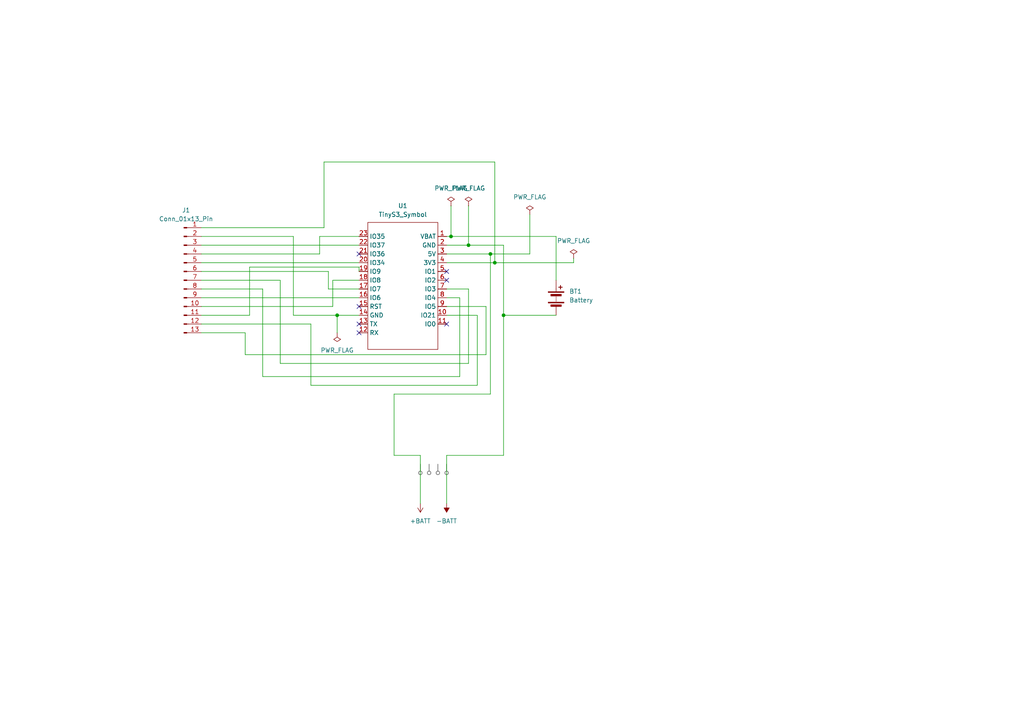
<source format=kicad_sch>
(kicad_sch (version 20230121) (generator eeschema)

  (uuid e2925b64-570f-4017-9c42-691fcefe0c64)

  (paper "A4")

  (lib_symbols
    (symbol "Connector:FPC_13_Pin" (pin_names (offset 1.016) hide) (in_bom yes) (on_board yes)
      (property "Reference" "J" (at 0 17.78 0)
        (effects (font (size 1.27 1.27)))
      )
      (property "Value" "Conn_01x13_Pin" (at 0 -17.78 0)
        (effects (font (size 1.27 1.27)))
      )
      (property "Footprint" "Connector_FFC-FPC:TE_1-84953-3_1x13-1MP_P1.0mm_Horizontal" (at 0 0 0)
        (effects (font (size 1.27 1.27)) hide)
      )
      (property "Datasheet" "~" (at 0 0 0)
        (effects (font (size 1.27 1.27)) hide)
      )
      (property "ki_locked" "" (at 0 0 0)
        (effects (font (size 1.27 1.27)))
      )
      (property "ki_keywords" "connector" (at 0 0 0)
        (effects (font (size 1.27 1.27)) hide)
      )
      (property "ki_description" "Generic connector, single row, 01x13, script generated" (at 0 0 0)
        (effects (font (size 1.27 1.27)) hide)
      )
      (property "ki_fp_filters" "Connector*:*_1x??_*" (at 0 0 0)
        (effects (font (size 1.27 1.27)) hide)
      )
      (symbol "FPC_13_Pin_1_1"
        (polyline
          (pts
            (xy 1.27 -15.24)
            (xy 0.8636 -15.24)
          )
          (stroke (width 0.1524) (type default))
          (fill (type none))
        )
        (polyline
          (pts
            (xy 1.27 -12.7)
            (xy 0.8636 -12.7)
          )
          (stroke (width 0.1524) (type default))
          (fill (type none))
        )
        (polyline
          (pts
            (xy 1.27 -10.16)
            (xy 0.8636 -10.16)
          )
          (stroke (width 0.1524) (type default))
          (fill (type none))
        )
        (polyline
          (pts
            (xy 1.27 -7.62)
            (xy 0.8636 -7.62)
          )
          (stroke (width 0.1524) (type default))
          (fill (type none))
        )
        (polyline
          (pts
            (xy 1.27 -5.08)
            (xy 0.8636 -5.08)
          )
          (stroke (width 0.1524) (type default))
          (fill (type none))
        )
        (polyline
          (pts
            (xy 1.27 -2.54)
            (xy 0.8636 -2.54)
          )
          (stroke (width 0.1524) (type default))
          (fill (type none))
        )
        (polyline
          (pts
            (xy 1.27 0)
            (xy 0.8636 0)
          )
          (stroke (width 0.1524) (type default))
          (fill (type none))
        )
        (polyline
          (pts
            (xy 1.27 2.54)
            (xy 0.8636 2.54)
          )
          (stroke (width 0.1524) (type default))
          (fill (type none))
        )
        (polyline
          (pts
            (xy 1.27 5.08)
            (xy 0.8636 5.08)
          )
          (stroke (width 0.1524) (type default))
          (fill (type none))
        )
        (polyline
          (pts
            (xy 1.27 7.62)
            (xy 0.8636 7.62)
          )
          (stroke (width 0.1524) (type default))
          (fill (type none))
        )
        (polyline
          (pts
            (xy 1.27 10.16)
            (xy 0.8636 10.16)
          )
          (stroke (width 0.1524) (type default))
          (fill (type none))
        )
        (polyline
          (pts
            (xy 1.27 12.7)
            (xy 0.8636 12.7)
          )
          (stroke (width 0.1524) (type default))
          (fill (type none))
        )
        (polyline
          (pts
            (xy 1.27 15.24)
            (xy 0.8636 15.24)
          )
          (stroke (width 0.1524) (type default))
          (fill (type none))
        )
        (rectangle (start 0.8636 -15.113) (end 0 -15.367)
          (stroke (width 0.1524) (type default))
          (fill (type outline))
        )
        (rectangle (start 0.8636 -12.573) (end 0 -12.827)
          (stroke (width 0.1524) (type default))
          (fill (type outline))
        )
        (rectangle (start 0.8636 -10.033) (end 0 -10.287)
          (stroke (width 0.1524) (type default))
          (fill (type outline))
        )
        (rectangle (start 0.8636 -7.493) (end 0 -7.747)
          (stroke (width 0.1524) (type default))
          (fill (type outline))
        )
        (rectangle (start 0.8636 -4.953) (end 0 -5.207)
          (stroke (width 0.1524) (type default))
          (fill (type outline))
        )
        (rectangle (start 0.8636 -2.413) (end 0 -2.667)
          (stroke (width 0.1524) (type default))
          (fill (type outline))
        )
        (rectangle (start 0.8636 0.127) (end 0 -0.127)
          (stroke (width 0.1524) (type default))
          (fill (type outline))
        )
        (rectangle (start 0.8636 2.667) (end 0 2.413)
          (stroke (width 0.1524) (type default))
          (fill (type outline))
        )
        (rectangle (start 0.8636 5.207) (end 0 4.953)
          (stroke (width 0.1524) (type default))
          (fill (type outline))
        )
        (rectangle (start 0.8636 7.747) (end 0 7.493)
          (stroke (width 0.1524) (type default))
          (fill (type outline))
        )
        (rectangle (start 0.8636 10.287) (end 0 10.033)
          (stroke (width 0.1524) (type default))
          (fill (type outline))
        )
        (rectangle (start 0.8636 12.827) (end 0 12.573)
          (stroke (width 0.1524) (type default))
          (fill (type outline))
        )
        (rectangle (start 0.8636 15.367) (end 0 15.113)
          (stroke (width 0.1524) (type default))
          (fill (type outline))
        )
        (pin passive line (at 5.08 15.24 180) (length 3.81)
          (name "Pin_1" (effects (font (size 1.27 1.27))))
          (number "1" (effects (font (size 1.27 1.27))))
        )
        (pin passive line (at 5.08 -7.62 180) (length 3.81)
          (name "Pin_10" (effects (font (size 1.27 1.27))))
          (number "10" (effects (font (size 1.27 1.27))))
        )
        (pin passive line (at 5.08 -10.16 180) (length 3.81)
          (name "Pin_11" (effects (font (size 1.27 1.27))))
          (number "11" (effects (font (size 1.27 1.27))))
        )
        (pin passive line (at 5.08 -12.7 180) (length 3.81)
          (name "Pin_12" (effects (font (size 1.27 1.27))))
          (number "12" (effects (font (size 1.27 1.27))))
        )
        (pin passive line (at 5.08 -15.24 180) (length 3.81)
          (name "Pin_13" (effects (font (size 1.27 1.27))))
          (number "13" (effects (font (size 1.27 1.27))))
        )
        (pin passive line (at 5.08 12.7 180) (length 3.81)
          (name "Pin_2" (effects (font (size 1.27 1.27))))
          (number "2" (effects (font (size 1.27 1.27))))
        )
        (pin passive line (at 5.08 10.16 180) (length 3.81)
          (name "Pin_3" (effects (font (size 1.27 1.27))))
          (number "3" (effects (font (size 1.27 1.27))))
        )
        (pin passive line (at 5.08 7.62 180) (length 3.81)
          (name "Pin_4" (effects (font (size 1.27 1.27))))
          (number "4" (effects (font (size 1.27 1.27))))
        )
        (pin passive line (at 5.08 5.08 180) (length 3.81)
          (name "Pin_5" (effects (font (size 1.27 1.27))))
          (number "5" (effects (font (size 1.27 1.27))))
        )
        (pin passive line (at 5.08 2.54 180) (length 3.81)
          (name "Pin_6" (effects (font (size 1.27 1.27))))
          (number "6" (effects (font (size 1.27 1.27))))
        )
        (pin passive line (at 5.08 0 180) (length 3.81)
          (name "Pin_7" (effects (font (size 1.27 1.27))))
          (number "7" (effects (font (size 1.27 1.27))))
        )
        (pin passive line (at 5.08 -2.54 180) (length 3.81)
          (name "Pin_8" (effects (font (size 1.27 1.27))))
          (number "8" (effects (font (size 1.27 1.27))))
        )
        (pin passive line (at 5.08 -5.08 180) (length 3.81)
          (name "Pin_9" (effects (font (size 1.27 1.27))))
          (number "9" (effects (font (size 1.27 1.27))))
        )
      )
    )
    (symbol "Device:Battery" (pin_numbers hide) (pin_names (offset 0) hide) (in_bom yes) (on_board yes)
      (property "Reference" "BT" (at 2.54 2.54 0)
        (effects (font (size 1.27 1.27)) (justify left))
      )
      (property "Value" "Battery" (at 2.54 0 0)
        (effects (font (size 1.27 1.27)) (justify left))
      )
      (property "Footprint" "" (at 0 1.524 90)
        (effects (font (size 1.27 1.27)) hide)
      )
      (property "Datasheet" "~" (at 0 1.524 90)
        (effects (font (size 1.27 1.27)) hide)
      )
      (property "ki_keywords" "batt voltage-source cell" (at 0 0 0)
        (effects (font (size 1.27 1.27)) hide)
      )
      (property "ki_description" "Multiple-cell battery" (at 0 0 0)
        (effects (font (size 1.27 1.27)) hide)
      )
      (symbol "Battery_0_1"
        (rectangle (start -2.286 -1.27) (end 2.286 -1.524)
          (stroke (width 0) (type default))
          (fill (type outline))
        )
        (rectangle (start -2.286 1.778) (end 2.286 1.524)
          (stroke (width 0) (type default))
          (fill (type outline))
        )
        (rectangle (start -1.524 -2.032) (end 1.524 -2.54)
          (stroke (width 0) (type default))
          (fill (type outline))
        )
        (rectangle (start -1.524 1.016) (end 1.524 0.508)
          (stroke (width 0) (type default))
          (fill (type outline))
        )
        (polyline
          (pts
            (xy 0 -1.016)
            (xy 0 -0.762)
          )
          (stroke (width 0) (type default))
          (fill (type none))
        )
        (polyline
          (pts
            (xy 0 -0.508)
            (xy 0 -0.254)
          )
          (stroke (width 0) (type default))
          (fill (type none))
        )
        (polyline
          (pts
            (xy 0 0)
            (xy 0 0.254)
          )
          (stroke (width 0) (type default))
          (fill (type none))
        )
        (polyline
          (pts
            (xy 0 1.778)
            (xy 0 2.54)
          )
          (stroke (width 0) (type default))
          (fill (type none))
        )
        (polyline
          (pts
            (xy 0.762 3.048)
            (xy 1.778 3.048)
          )
          (stroke (width 0.254) (type default))
          (fill (type none))
        )
        (polyline
          (pts
            (xy 1.27 3.556)
            (xy 1.27 2.54)
          )
          (stroke (width 0.254) (type default))
          (fill (type none))
        )
      )
      (symbol "Battery_1_1"
        (pin passive line (at 0 5.08 270) (length 2.54)
          (name "+" (effects (font (size 1.27 1.27))))
          (number "1" (effects (font (size 1.27 1.27))))
        )
        (pin passive line (at 0 -5.08 90) (length 2.54)
          (name "-" (effects (font (size 1.27 1.27))))
          (number "2" (effects (font (size 1.27 1.27))))
        )
      )
    )
    (symbol "TinyS3:TinyS3_Symbol" (in_bom yes) (on_board yes)
      (property "Reference" "U" (at -0.508 -20.32 0)
        (effects (font (size 1.27 1.27)))
      )
      (property "Value" "TinyS3_Symbol" (at -0.508 21.844 0)
        (effects (font (size 1.27 1.27)))
      )
      (property "Footprint" "TinyS3:TinyS3" (at -0.508 1.524 0)
        (effects (font (size 1.27 1.27)) hide)
      )
      (property "Datasheet" "" (at -0.508 1.524 0)
        (effects (font (size 1.27 1.27)) hide)
      )
      (symbol "TinyS3_Symbol_0_1"
        (rectangle (start -10.16 19.304) (end 10.16 -17.526)
          (stroke (width 0.1524) (type default))
          (fill (type none))
        )
      )
      (symbol "TinyS3_Symbol_1_1"
        (pin power_in line (at 12.7 15.24 180) (length 2.54)
          (name "VBAT" (effects (font (size 1.27 1.27))))
          (number "1" (effects (font (size 1.27 1.27))))
        )
        (pin bidirectional line (at 12.7 -7.62 180) (length 2.54)
          (name "IO21" (effects (font (size 1.27 1.27))))
          (number "10" (effects (font (size 1.27 1.27))))
        )
        (pin bidirectional line (at 12.7 -10.16 180) (length 2.54)
          (name "IO0" (effects (font (size 1.27 1.27))))
          (number "11" (effects (font (size 1.27 1.27))))
        )
        (pin bidirectional line (at -12.7 -12.7 0) (length 2.54)
          (name "RX" (effects (font (size 1.27 1.27))))
          (number "12" (effects (font (size 1.27 1.27))))
        )
        (pin bidirectional line (at -12.7 -10.16 0) (length 2.54)
          (name "TX" (effects (font (size 1.27 1.27))))
          (number "13" (effects (font (size 1.27 1.27))))
        )
        (pin power_in line (at -12.7 -7.62 0) (length 2.54)
          (name "GND" (effects (font (size 1.27 1.27))))
          (number "14" (effects (font (size 1.27 1.27))))
        )
        (pin input line (at -12.7 -5.08 0) (length 2.54)
          (name "RST" (effects (font (size 1.27 1.27))))
          (number "15" (effects (font (size 1.27 1.27))))
        )
        (pin bidirectional line (at -12.7 -2.54 0) (length 2.54)
          (name "IO6" (effects (font (size 1.27 1.27))))
          (number "16" (effects (font (size 1.27 1.27))))
        )
        (pin bidirectional line (at -12.7 0 0) (length 2.54)
          (name "IO7" (effects (font (size 1.27 1.27))))
          (number "17" (effects (font (size 1.27 1.27))))
        )
        (pin bidirectional line (at -12.7 2.54 0) (length 2.54)
          (name "IO8" (effects (font (size 1.27 1.27))))
          (number "18" (effects (font (size 1.27 1.27))))
        )
        (pin bidirectional line (at -12.7 5.08 0) (length 2.54)
          (name "IO9" (effects (font (size 1.27 1.27))))
          (number "19" (effects (font (size 1.27 1.27))))
        )
        (pin power_in line (at 12.7 12.7 180) (length 2.54)
          (name "GND" (effects (font (size 1.27 1.27))))
          (number "2" (effects (font (size 1.27 1.27))))
        )
        (pin bidirectional line (at -12.7 7.62 0) (length 2.54)
          (name "IO34" (effects (font (size 1.27 1.27))))
          (number "20" (effects (font (size 1.27 1.27))))
        )
        (pin bidirectional line (at -12.7 10.16 0) (length 2.54)
          (name "IO36" (effects (font (size 1.27 1.27))))
          (number "21" (effects (font (size 1.27 1.27))))
        )
        (pin bidirectional line (at -12.7 12.7 0) (length 2.54)
          (name "IO37" (effects (font (size 1.27 1.27))))
          (number "22" (effects (font (size 1.27 1.27))))
        )
        (pin bidirectional line (at -12.7 15.24 0) (length 2.54)
          (name "IO35" (effects (font (size 1.27 1.27))))
          (number "23" (effects (font (size 1.27 1.27))))
        )
        (pin power_in line (at 12.7 10.16 180) (length 2.54)
          (name "5V" (effects (font (size 1.27 1.27))))
          (number "3" (effects (font (size 1.27 1.27))))
        )
        (pin power_in line (at 12.7 7.62 180) (length 2.54)
          (name "3V3" (effects (font (size 1.27 1.27))))
          (number "4" (effects (font (size 1.27 1.27))))
        )
        (pin bidirectional line (at 12.7 5.08 180) (length 2.54)
          (name "IO1" (effects (font (size 1.27 1.27))))
          (number "5" (effects (font (size 1.27 1.27))))
        )
        (pin bidirectional line (at 12.7 2.54 180) (length 2.54)
          (name "IO2" (effects (font (size 1.27 1.27))))
          (number "6" (effects (font (size 1.27 1.27))))
        )
        (pin bidirectional line (at 12.7 0 180) (length 2.54)
          (name "IO3" (effects (font (size 1.27 1.27))))
          (number "7" (effects (font (size 1.27 1.27))))
        )
        (pin bidirectional line (at 12.7 -2.54 180) (length 2.54)
          (name "IO4" (effects (font (size 1.27 1.27))))
          (number "8" (effects (font (size 1.27 1.27))))
        )
        (pin bidirectional line (at 12.7 -5.08 180) (length 2.54)
          (name "IO5" (effects (font (size 1.27 1.27))))
          (number "9" (effects (font (size 1.27 1.27))))
        )
      )
    )
    (symbol "power:+BATT" (power) (pin_names (offset 0)) (in_bom yes) (on_board yes)
      (property "Reference" "#PWR" (at 0 -3.81 0)
        (effects (font (size 1.27 1.27)) hide)
      )
      (property "Value" "+BATT" (at 0 3.556 0)
        (effects (font (size 1.27 1.27)))
      )
      (property "Footprint" "" (at 0 0 0)
        (effects (font (size 1.27 1.27)) hide)
      )
      (property "Datasheet" "" (at 0 0 0)
        (effects (font (size 1.27 1.27)) hide)
      )
      (property "ki_keywords" "global power battery" (at 0 0 0)
        (effects (font (size 1.27 1.27)) hide)
      )
      (property "ki_description" "Power symbol creates a global label with name \"+BATT\"" (at 0 0 0)
        (effects (font (size 1.27 1.27)) hide)
      )
      (symbol "+BATT_0_1"
        (polyline
          (pts
            (xy -0.762 1.27)
            (xy 0 2.54)
          )
          (stroke (width 0) (type default))
          (fill (type none))
        )
        (polyline
          (pts
            (xy 0 0)
            (xy 0 2.54)
          )
          (stroke (width 0) (type default))
          (fill (type none))
        )
        (polyline
          (pts
            (xy 0 2.54)
            (xy 0.762 1.27)
          )
          (stroke (width 0) (type default))
          (fill (type none))
        )
      )
      (symbol "+BATT_1_1"
        (pin power_in line (at 0 0 90) (length 0) hide
          (name "+BATT" (effects (font (size 1.27 1.27))))
          (number "1" (effects (font (size 1.27 1.27))))
        )
      )
    )
    (symbol "power:-BATT" (power) (pin_names (offset 0)) (in_bom yes) (on_board yes)
      (property "Reference" "#PWR" (at 0 -3.81 0)
        (effects (font (size 1.27 1.27)) hide)
      )
      (property "Value" "-BATT" (at 0 3.556 0)
        (effects (font (size 1.27 1.27)))
      )
      (property "Footprint" "" (at 0 0 0)
        (effects (font (size 1.27 1.27)) hide)
      )
      (property "Datasheet" "" (at 0 0 0)
        (effects (font (size 1.27 1.27)) hide)
      )
      (property "ki_keywords" "global power battery" (at 0 0 0)
        (effects (font (size 1.27 1.27)) hide)
      )
      (property "ki_description" "Power symbol creates a global label with name \"-BATT\"" (at 0 0 0)
        (effects (font (size 1.27 1.27)) hide)
      )
      (symbol "-BATT_0_1"
        (polyline
          (pts
            (xy 0 0)
            (xy 0 2.54)
          )
          (stroke (width 0) (type default))
          (fill (type none))
        )
        (polyline
          (pts
            (xy 0.762 1.27)
            (xy -0.762 1.27)
            (xy 0 2.54)
            (xy 0.762 1.27)
          )
          (stroke (width 0) (type default))
          (fill (type outline))
        )
      )
      (symbol "-BATT_1_1"
        (pin power_in line (at 0 0 90) (length 0) hide
          (name "-BATT" (effects (font (size 1.27 1.27))))
          (number "1" (effects (font (size 1.27 1.27))))
        )
      )
    )
    (symbol "power:PWR_FLAG" (power) (pin_numbers hide) (pin_names (offset 0) hide) (in_bom yes) (on_board yes)
      (property "Reference" "#FLG" (at 0 1.905 0)
        (effects (font (size 1.27 1.27)) hide)
      )
      (property "Value" "PWR_FLAG" (at 0 3.81 0)
        (effects (font (size 1.27 1.27)))
      )
      (property "Footprint" "" (at 0 0 0)
        (effects (font (size 1.27 1.27)) hide)
      )
      (property "Datasheet" "~" (at 0 0 0)
        (effects (font (size 1.27 1.27)) hide)
      )
      (property "ki_keywords" "flag power" (at 0 0 0)
        (effects (font (size 1.27 1.27)) hide)
      )
      (property "ki_description" "Special symbol for telling ERC where power comes from" (at 0 0 0)
        (effects (font (size 1.27 1.27)) hide)
      )
      (symbol "PWR_FLAG_0_0"
        (pin power_out line (at 0 0 90) (length 0)
          (name "pwr" (effects (font (size 1.27 1.27))))
          (number "1" (effects (font (size 1.27 1.27))))
        )
      )
      (symbol "PWR_FLAG_0_1"
        (polyline
          (pts
            (xy 0 0)
            (xy 0 1.27)
            (xy -1.016 1.905)
            (xy 0 2.54)
            (xy 1.016 1.905)
            (xy 0 1.27)
          )
          (stroke (width 0) (type default))
          (fill (type none))
        )
      )
    )
  )

  (junction (at 143.51 76.2) (diameter 0) (color 0 0 0 0)
    (uuid 3d1a4781-387e-4e40-8feb-a921c68a6228)
  )
  (junction (at 135.89 71.12) (diameter 0) (color 0 0 0 0)
    (uuid 57f37c73-ce8d-4a85-9c30-3b3cc458744c)
  )
  (junction (at 142.24 73.66) (diameter 0) (color 0 0 0 0)
    (uuid 68012d79-5ff4-4b56-bbaf-9ad1ad9a3f5a)
  )
  (junction (at 97.79 91.44) (diameter 0) (color 0 0 0 0)
    (uuid 7f53abce-2f6d-40ef-878b-ef1de292b5e9)
  )
  (junction (at 130.81 68.58) (diameter 0) (color 0 0 0 0)
    (uuid fc3e1f37-5de3-40d2-b226-b511afdda90f)
  )
  (junction (at 146.05 91.44) (diameter 0) (color 0 0 0 0)
    (uuid fd0140de-2c0a-4356-9554-a8f0a8469275)
  )

  (no_connect (at 129.54 93.98) (uuid 37e8d04c-e217-480e-b485-9d69fd28cc0c))
  (no_connect (at 104.14 88.9) (uuid 41a65ef5-b096-404f-8a1a-5ff2b80d1e67))
  (no_connect (at 129.54 78.74) (uuid 6b8bf400-02e4-48d5-8c74-98a7f677645d))
  (no_connect (at 129.54 81.28) (uuid 7bb4b1c4-5ee4-47e1-9b57-43eead886d6b))
  (no_connect (at 104.14 96.52) (uuid 87318952-4922-43b0-bb53-81b96e62b982))
  (no_connect (at 104.14 93.98) (uuid 8f887349-64ad-4820-a964-d0b07c4776fe))
  (no_connect (at 104.14 73.66) (uuid cb121586-5aef-4efa-bd96-ee02a425137b))

  (wire (pts (xy 129.54 68.58) (xy 130.81 68.58))
    (stroke (width 0) (type default))
    (uuid 053d7c45-df48-48e6-bb47-4705e8787354)
  )
  (wire (pts (xy 85.09 68.58) (xy 85.09 91.44))
    (stroke (width 0) (type default))
    (uuid 07367b0d-a1aa-4524-aea4-4f5fb5960756)
  )
  (wire (pts (xy 95.25 83.82) (xy 104.14 83.82))
    (stroke (width 0) (type default))
    (uuid 148fff66-8aa2-4ec2-9b2f-5680d4a0fa13)
  )
  (wire (pts (xy 92.71 73.66) (xy 92.71 68.58))
    (stroke (width 0) (type default))
    (uuid 1a464181-d913-4086-892d-8f9f3cc6eac3)
  )
  (wire (pts (xy 143.51 46.99) (xy 143.51 76.2))
    (stroke (width 0) (type default))
    (uuid 1b5c6728-d038-48f3-b65e-c26d776cabca)
  )
  (wire (pts (xy 58.42 86.36) (xy 104.14 86.36))
    (stroke (width 0) (type default))
    (uuid 1d8737b8-ab3d-4bac-aaa2-30f1c4697ffd)
  )
  (wire (pts (xy 76.2 83.82) (xy 76.2 109.22))
    (stroke (width 0) (type default))
    (uuid 1fe53626-d82f-485e-9e1c-09c2f0a000e5)
  )
  (wire (pts (xy 166.37 74.93) (xy 166.37 76.2))
    (stroke (width 0) (type default))
    (uuid 2c4dd82b-191a-44c7-a95d-becccfb7e3da)
  )
  (wire (pts (xy 140.97 88.9) (xy 129.54 88.9))
    (stroke (width 0) (type default))
    (uuid 2c820f21-efe1-45a5-86cb-aee4c7d70154)
  )
  (wire (pts (xy 58.42 68.58) (xy 85.09 68.58))
    (stroke (width 0) (type default))
    (uuid 31887472-8382-4ec9-b528-209ae39fc077)
  )
  (wire (pts (xy 143.51 76.2) (xy 129.54 76.2))
    (stroke (width 0) (type default))
    (uuid 33327ae7-3608-47b6-a512-2ddc823be174)
  )
  (wire (pts (xy 58.42 96.52) (xy 71.12 96.52))
    (stroke (width 0) (type default))
    (uuid 34ed2584-fd77-4f83-ba4c-2bee52a6dcdc)
  )
  (wire (pts (xy 153.67 73.66) (xy 142.24 73.66))
    (stroke (width 0) (type default))
    (uuid 39f82e91-b8ad-4448-a33c-e7eb5e649570)
  )
  (wire (pts (xy 129.54 132.08) (xy 129.54 146.05))
    (stroke (width 0) (type default))
    (uuid 3ba9e816-2675-4038-9ebd-ea48c8dfa91f)
  )
  (wire (pts (xy 142.24 114.3) (xy 142.24 73.66))
    (stroke (width 0) (type default))
    (uuid 3f29d9ce-44a6-4ed5-9b19-94d45e8318b6)
  )
  (wire (pts (xy 58.42 71.12) (xy 104.14 71.12))
    (stroke (width 0) (type default))
    (uuid 41a0ded5-8b9b-4f97-a248-c9ba81fb044e)
  )
  (wire (pts (xy 71.12 96.52) (xy 71.12 102.87))
    (stroke (width 0) (type default))
    (uuid 44cf7bd5-0d82-436d-a761-67ba2a7ff980)
  )
  (wire (pts (xy 97.79 91.44) (xy 104.14 91.44))
    (stroke (width 0) (type default))
    (uuid 4bfb78b7-ed9e-421b-98cb-f4de8c583c38)
  )
  (wire (pts (xy 104.14 77.47) (xy 104.14 78.74))
    (stroke (width 0) (type default))
    (uuid 56f5e668-e00f-4a09-8bcd-bf9b41562cee)
  )
  (wire (pts (xy 121.92 132.08) (xy 114.3 132.08))
    (stroke (width 0) (type default))
    (uuid 59e122e1-5eeb-4043-946b-6ea446c21a8f)
  )
  (wire (pts (xy 96.52 88.9) (xy 96.52 81.28))
    (stroke (width 0) (type default))
    (uuid 5ea1d925-e0d4-467d-a26f-6bd9c400539b)
  )
  (wire (pts (xy 146.05 132.08) (xy 146.05 91.44))
    (stroke (width 0) (type default))
    (uuid 64cd92f3-7a15-4d49-afa3-ee5bb5d81ad9)
  )
  (wire (pts (xy 58.42 93.98) (xy 90.17 93.98))
    (stroke (width 0) (type default))
    (uuid 699fae73-1ae5-49f9-a276-91b909ef99db)
  )
  (wire (pts (xy 92.71 68.58) (xy 104.14 68.58))
    (stroke (width 0) (type default))
    (uuid 69c1629e-c365-4029-b000-40f9abc261c1)
  )
  (wire (pts (xy 95.25 78.74) (xy 95.25 83.82))
    (stroke (width 0) (type default))
    (uuid 6f508c80-cd79-446e-8ffd-38428919a048)
  )
  (wire (pts (xy 58.42 66.04) (xy 93.98 66.04))
    (stroke (width 0) (type default))
    (uuid 718383d5-1c44-4576-bdb4-b71398f7e1c5)
  )
  (wire (pts (xy 129.54 132.08) (xy 146.05 132.08))
    (stroke (width 0) (type default))
    (uuid 73e11a1a-e45a-4388-b239-1546667ea605)
  )
  (wire (pts (xy 135.89 71.12) (xy 146.05 71.12))
    (stroke (width 0) (type default))
    (uuid 76999c5b-3b68-40c0-abc3-d64f20783c04)
  )
  (wire (pts (xy 121.92 132.08) (xy 121.92 146.05))
    (stroke (width 0) (type default))
    (uuid 7d52471a-77ea-41ce-8396-b06d2191bd1f)
  )
  (wire (pts (xy 72.39 91.44) (xy 72.39 77.47))
    (stroke (width 0) (type default))
    (uuid 7e3e3edc-2dcc-49d8-8f0d-22777cb40072)
  )
  (wire (pts (xy 138.43 111.76) (xy 138.43 91.44))
    (stroke (width 0) (type default))
    (uuid 80a7b1e6-bc98-4b1c-8a54-d94c1fb2712c)
  )
  (wire (pts (xy 146.05 91.44) (xy 161.29 91.44))
    (stroke (width 0) (type default))
    (uuid 8b9f5e8b-a555-427d-812d-4d9000230f81)
  )
  (wire (pts (xy 129.54 86.36) (xy 133.35 86.36))
    (stroke (width 0) (type default))
    (uuid 8da5239d-fcef-4ac5-aab3-13ffcf942a8a)
  )
  (wire (pts (xy 130.81 59.69) (xy 130.81 68.58))
    (stroke (width 0) (type default))
    (uuid 90e7f595-b4a5-4738-bbf8-e70ccb87abf2)
  )
  (wire (pts (xy 166.37 76.2) (xy 143.51 76.2))
    (stroke (width 0) (type default))
    (uuid 94e357cb-97c1-4644-b83b-daf38206483d)
  )
  (wire (pts (xy 93.98 66.04) (xy 93.98 46.99))
    (stroke (width 0) (type default))
    (uuid 98ae687b-318e-470b-b78b-a13dec1befe0)
  )
  (wire (pts (xy 76.2 109.22) (xy 133.35 109.22))
    (stroke (width 0) (type default))
    (uuid 994348e5-9ccb-4404-89a9-2a40a24a65b2)
  )
  (wire (pts (xy 96.52 81.28) (xy 104.14 81.28))
    (stroke (width 0) (type default))
    (uuid 9b1adfae-7586-4b5e-8b25-2c69d9daa310)
  )
  (wire (pts (xy 161.29 68.58) (xy 161.29 81.28))
    (stroke (width 0) (type default))
    (uuid a0991e44-6403-4e7c-850a-07ca99fd4d79)
  )
  (wire (pts (xy 71.12 102.87) (xy 140.97 102.87))
    (stroke (width 0) (type default))
    (uuid a7930387-a738-4a69-9c28-5bdddbf7a3cf)
  )
  (wire (pts (xy 138.43 91.44) (xy 129.54 91.44))
    (stroke (width 0) (type default))
    (uuid a94d8540-c468-4509-b2ef-192c156cc75d)
  )
  (wire (pts (xy 85.09 91.44) (xy 97.79 91.44))
    (stroke (width 0) (type default))
    (uuid afbb97b5-e9ac-45ff-898f-fcb22f682489)
  )
  (wire (pts (xy 58.42 78.74) (xy 95.25 78.74))
    (stroke (width 0) (type default))
    (uuid b52e17cf-0a74-457a-8075-60f0f7400818)
  )
  (wire (pts (xy 58.42 83.82) (xy 76.2 83.82))
    (stroke (width 0) (type default))
    (uuid b6238dcb-1069-41c2-9f0f-d6129f102428)
  )
  (wire (pts (xy 129.54 71.12) (xy 135.89 71.12))
    (stroke (width 0) (type default))
    (uuid b84cf4ad-affc-424f-8c57-25ababe5ea00)
  )
  (wire (pts (xy 130.81 68.58) (xy 161.29 68.58))
    (stroke (width 0) (type default))
    (uuid bf21024a-d419-4a2a-88ad-12a2c2374e6c)
  )
  (wire (pts (xy 97.79 91.44) (xy 97.79 96.52))
    (stroke (width 0) (type default))
    (uuid bf51eef2-f39f-447f-8188-73183e2e8750)
  )
  (wire (pts (xy 72.39 77.47) (xy 104.14 77.47))
    (stroke (width 0) (type default))
    (uuid bf7aa7e2-ba0f-49fc-b201-0e901b8ccc10)
  )
  (wire (pts (xy 114.3 114.3) (xy 142.24 114.3))
    (stroke (width 0) (type default))
    (uuid c01031cd-59f0-4b69-bd75-c24086e88959)
  )
  (wire (pts (xy 93.98 46.99) (xy 143.51 46.99))
    (stroke (width 0) (type default))
    (uuid c0f02f85-9b03-45ba-b596-0d5324a4dd32)
  )
  (wire (pts (xy 135.89 83.82) (xy 129.54 83.82))
    (stroke (width 0) (type default))
    (uuid c28e388f-70be-4126-a927-b503bfd8f1e2)
  )
  (wire (pts (xy 153.67 62.23) (xy 153.67 73.66))
    (stroke (width 0) (type default))
    (uuid c389fa74-c23b-4e33-8bf8-270a0af29639)
  )
  (wire (pts (xy 135.89 105.41) (xy 135.89 83.82))
    (stroke (width 0) (type default))
    (uuid c56963c9-d444-45b5-91d4-a78f046c61cc)
  )
  (wire (pts (xy 58.42 81.28) (xy 81.28 81.28))
    (stroke (width 0) (type default))
    (uuid c934cb27-fdf8-4747-8a08-8857f17442a2)
  )
  (wire (pts (xy 81.28 105.41) (xy 135.89 105.41))
    (stroke (width 0) (type default))
    (uuid cd1c99be-d5a5-437a-b8d0-31e9c7b0bb4b)
  )
  (wire (pts (xy 58.42 73.66) (xy 92.71 73.66))
    (stroke (width 0) (type default))
    (uuid cfa30b90-1da8-4f4d-9561-f73a2c859edd)
  )
  (wire (pts (xy 142.24 73.66) (xy 129.54 73.66))
    (stroke (width 0) (type default))
    (uuid d09db79d-a3eb-4f13-b086-eeef0eb284ff)
  )
  (wire (pts (xy 58.42 76.2) (xy 104.14 76.2))
    (stroke (width 0) (type default))
    (uuid d198d247-96b8-489b-8a72-adbe4dea6a97)
  )
  (wire (pts (xy 114.3 132.08) (xy 114.3 114.3))
    (stroke (width 0) (type default))
    (uuid d83d9f2a-8680-4326-a127-538017261855)
  )
  (wire (pts (xy 146.05 91.44) (xy 146.05 71.12))
    (stroke (width 0) (type default))
    (uuid d98e59f9-f86f-44db-9b37-02ee40fa2361)
  )
  (wire (pts (xy 58.42 88.9) (xy 96.52 88.9))
    (stroke (width 0) (type default))
    (uuid da021f35-1cfc-45d8-bf1f-a429048cd600)
  )
  (wire (pts (xy 133.35 86.36) (xy 133.35 109.22))
    (stroke (width 0) (type default))
    (uuid dc65d84c-6248-4fa5-b187-a2a863824703)
  )
  (wire (pts (xy 135.89 59.69) (xy 135.89 71.12))
    (stroke (width 0) (type default))
    (uuid e68ad06c-d87c-486c-8b69-b40e747dcba5)
  )
  (wire (pts (xy 58.42 91.44) (xy 72.39 91.44))
    (stroke (width 0) (type default))
    (uuid eda56d6c-e3c5-485b-8445-94811ef9e065)
  )
  (wire (pts (xy 90.17 93.98) (xy 90.17 111.76))
    (stroke (width 0) (type default))
    (uuid f1fb9af3-2935-4503-b9c6-ebefb8af865c)
  )
  (wire (pts (xy 140.97 102.87) (xy 140.97 88.9))
    (stroke (width 0) (type default))
    (uuid f493b52d-e309-4748-8a74-b8a8ccfc773e)
  )
  (wire (pts (xy 81.28 81.28) (xy 81.28 105.41))
    (stroke (width 0) (type default))
    (uuid f5b414f7-430e-4d51-96c9-978da697f802)
  )
  (wire (pts (xy 90.17 111.76) (xy 138.43 111.76))
    (stroke (width 0) (type default))
    (uuid fc9b4828-b7ac-400f-aa0a-731e879351c5)
  )

  (netclass_flag "" (length 2.54) (shape round) (at 121.92 134.62 180) (fields_autoplaced)
    (effects (font (size 1.27 1.27)) (justify right bottom))
    (uuid 617479c4-7a16-4f21-a117-d127c1bd0b5b)
    (property "V+" "" (at 122.6185 137.16 0)
      (effects (font (size 1.27 1.27) italic) (justify left))
    )
  )
  (netclass_flag "" (length 2.54) (shape round) (at 127 134.62 180) (fields_autoplaced)
    (effects (font (size 1.27 1.27)) (justify right bottom))
    (uuid 87f406af-a11f-483b-a58a-dbc981ddef4b)
    (property "GND" "" (at 127.6985 137.16 0) (show_name)
      (effects (font (size 1.27 1.27) italic) (justify left) hide)
    )
  )
  (netclass_flag "" (length 2.54) (shape round) (at 129.54 134.62 180) (fields_autoplaced)
    (effects (font (size 1.27 1.27)) (justify right bottom))
    (uuid 97fd5fc0-7f8d-43ee-b7e0-24c6b7b37301)
    (property "GND" "" (at 130.2385 137.16 0) (show_name)
      (effects (font (size 1.27 1.27) italic) (justify left) hide)
    )
  )
  (netclass_flag "" (length 2.54) (shape round) (at 124.46 134.62 180) (fields_autoplaced)
    (effects (font (size 1.27 1.27)) (justify right bottom))
    (uuid e7c670c3-a5a6-4435-ab98-c6dcc14e542f)
    (property "GND" "" (at 125.1585 137.16 0) (show_name)
      (effects (font (size 1.27 1.27) italic) (justify left) hide)
    )
  )

  (symbol (lib_id "power:PWR_FLAG") (at 130.81 59.69 0) (unit 1)
    (in_bom yes) (on_board yes) (dnp no) (fields_autoplaced)
    (uuid 08fe27b9-8d3e-48dc-a8b2-0ba0b5b38d1d)
    (property "Reference" "#FLG05" (at 130.81 57.785 0)
      (effects (font (size 1.27 1.27)) hide)
    )
    (property "Value" "PWR_FLAG" (at 130.81 54.61 0)
      (effects (font (size 1.27 1.27)))
    )
    (property "Footprint" "" (at 130.81 59.69 0)
      (effects (font (size 1.27 1.27)) hide)
    )
    (property "Datasheet" "~" (at 130.81 59.69 0)
      (effects (font (size 1.27 1.27)) hide)
    )
    (pin "1" (uuid c0fbf0a4-436a-4d39-8112-4a06e6e0f8f4))
    (instances
      (project "RIO_V1"
        (path "/e2925b64-570f-4017-9c42-691fcefe0c64"
          (reference "#FLG05") (unit 1)
        )
      )
    )
  )

  (symbol (lib_id "power:PWR_FLAG") (at 135.89 59.69 0) (unit 1)
    (in_bom yes) (on_board yes) (dnp no) (fields_autoplaced)
    (uuid 172da6d5-c151-43bc-86e6-93d162fe9ffd)
    (property "Reference" "#FLG01" (at 135.89 57.785 0)
      (effects (font (size 1.27 1.27)) hide)
    )
    (property "Value" "PWR_FLAG" (at 135.89 54.61 0)
      (effects (font (size 1.27 1.27)))
    )
    (property "Footprint" "" (at 135.89 59.69 0)
      (effects (font (size 1.27 1.27)) hide)
    )
    (property "Datasheet" "~" (at 135.89 59.69 0)
      (effects (font (size 1.27 1.27)) hide)
    )
    (pin "1" (uuid 2ef71553-c6dd-4442-86f2-b08066527bfe))
    (instances
      (project "RIO_V1"
        (path "/e2925b64-570f-4017-9c42-691fcefe0c64"
          (reference "#FLG01") (unit 1)
        )
      )
    )
  )

  (symbol (lib_id "power:PWR_FLAG") (at 97.79 96.52 0) (mirror x) (unit 1)
    (in_bom yes) (on_board yes) (dnp no)
    (uuid 1daf46d1-4b13-43c0-b444-d9305c6835b9)
    (property "Reference" "#FLG02" (at 97.79 98.425 0)
      (effects (font (size 1.27 1.27)) hide)
    )
    (property "Value" "PWR_FLAG" (at 97.79 101.6 0)
      (effects (font (size 1.27 1.27)))
    )
    (property "Footprint" "" (at 97.79 96.52 0)
      (effects (font (size 1.27 1.27)) hide)
    )
    (property "Datasheet" "~" (at 97.79 96.52 0)
      (effects (font (size 1.27 1.27)) hide)
    )
    (pin "1" (uuid 19db0ee1-0a17-44a3-848c-e8cb81eed05b))
    (instances
      (project "RIO_V1"
        (path "/e2925b64-570f-4017-9c42-691fcefe0c64"
          (reference "#FLG02") (unit 1)
        )
      )
    )
  )

  (symbol (lib_id "Connector:FPC_13_Pin") (at 53.34 81.28 0) (unit 1)
    (in_bom yes) (on_board yes) (dnp no) (fields_autoplaced)
    (uuid 2f994cae-b5d2-4039-b11b-3c8005810424)
    (property "Reference" "J1" (at 53.975 60.96 0)
      (effects (font (size 1.27 1.27)))
    )
    (property "Value" "Conn_01x13_Pin" (at 53.975 63.5 0)
      (effects (font (size 1.27 1.27)))
    )
    (property "Footprint" "Connector_FFC-FPC:TE_1-84953-3_1x13-1MP_P1.0mm_Horizontal" (at 53.34 81.28 0)
      (effects (font (size 1.27 1.27)) hide)
    )
    (property "Datasheet" "~" (at 53.34 81.28 0)
      (effects (font (size 1.27 1.27)) hide)
    )
    (pin "7" (uuid 1c535ca7-77d2-4c97-9bbf-d4261d0e6503))
    (pin "5" (uuid 62be19f9-3059-4e11-b97a-4593d73bb175))
    (pin "2" (uuid d01087f3-ee1f-4e0a-97e1-bd6dcc8fd7ab))
    (pin "9" (uuid c86924a6-1476-4f43-9642-c4044b17ed4b))
    (pin "11" (uuid 0529b852-7fc7-421b-b255-7d69581b1feb))
    (pin "3" (uuid 2b70379b-4498-4742-b1c5-a8de32416906))
    (pin "8" (uuid b5531d40-2fe9-42c7-a3f5-13da18a1b03e))
    (pin "6" (uuid b723c268-c6f7-4c11-8860-78453b085692))
    (pin "12" (uuid 55637e48-e8fd-4dfc-a85f-8de6f3cf28ed))
    (pin "13" (uuid 43912ed3-5b28-4ef8-a63f-6f1a8fbfa6b5))
    (pin "1" (uuid b52b8cd7-de60-40f5-9347-a78942007535))
    (pin "4" (uuid f86879ac-e9b5-40eb-9156-0fe36c2ccb56))
    (pin "10" (uuid 0bdbe073-ad69-489c-9907-a78dee9fd8fd))
    (instances
      (project "RIO_V1"
        (path "/e2925b64-570f-4017-9c42-691fcefe0c64"
          (reference "J1") (unit 1)
        )
      )
    )
  )

  (symbol (lib_id "power:-BATT") (at 129.54 146.05 0) (mirror x) (unit 1)
    (in_bom yes) (on_board yes) (dnp no)
    (uuid 2fc71967-cbf5-4dab-8c1a-8790b87d2715)
    (property "Reference" "#PWR04" (at 129.54 142.24 0)
      (effects (font (size 1.27 1.27)) hide)
    )
    (property "Value" "-BATT" (at 129.54 151.13 0)
      (effects (font (size 1.27 1.27)))
    )
    (property "Footprint" "" (at 129.54 146.05 0)
      (effects (font (size 1.27 1.27)) hide)
    )
    (property "Datasheet" "" (at 129.54 146.05 0)
      (effects (font (size 1.27 1.27)) hide)
    )
    (pin "1" (uuid e3043fe5-b11e-4337-a390-d2549883b76e))
    (instances
      (project "RIO_V1"
        (path "/e2925b64-570f-4017-9c42-691fcefe0c64"
          (reference "#PWR04") (unit 1)
        )
      )
    )
  )

  (symbol (lib_id "power:PWR_FLAG") (at 153.67 62.23 0) (unit 1)
    (in_bom yes) (on_board yes) (dnp no) (fields_autoplaced)
    (uuid 3c7f321e-2e7f-4603-b485-79cf158388a5)
    (property "Reference" "#FLG03" (at 153.67 60.325 0)
      (effects (font (size 1.27 1.27)) hide)
    )
    (property "Value" "PWR_FLAG" (at 153.67 57.15 0)
      (effects (font (size 1.27 1.27)))
    )
    (property "Footprint" "" (at 153.67 62.23 0)
      (effects (font (size 1.27 1.27)) hide)
    )
    (property "Datasheet" "~" (at 153.67 62.23 0)
      (effects (font (size 1.27 1.27)) hide)
    )
    (pin "1" (uuid 0263aa50-01ee-4e55-ba74-a342c051c4b4))
    (instances
      (project "RIO_V1"
        (path "/e2925b64-570f-4017-9c42-691fcefe0c64"
          (reference "#FLG03") (unit 1)
        )
      )
    )
  )

  (symbol (lib_id "TinyS3:TinyS3_Symbol") (at 116.84 83.82 0) (unit 1)
    (in_bom yes) (on_board yes) (dnp no) (fields_autoplaced)
    (uuid 3c87d0f2-36d0-45bd-a75d-5b8a955e8dfd)
    (property "Reference" "U1" (at 116.84 59.69 0)
      (effects (font (size 1.27 1.27)))
    )
    (property "Value" "TinyS3_Symbol" (at 116.84 62.23 0)
      (effects (font (size 1.27 1.27)))
    )
    (property "Footprint" "TinyS3:TinyS3" (at 116.332 82.296 0)
      (effects (font (size 1.27 1.27)) hide)
    )
    (property "Datasheet" "" (at 116.332 82.296 0)
      (effects (font (size 1.27 1.27)) hide)
    )
    (pin "9" (uuid f0ff9d76-0e7c-4982-bf0f-15d32fc776e1))
    (pin "4" (uuid 3b21f5aa-dde4-41c6-af83-e6071e328c4e))
    (pin "22" (uuid 73e85910-9c93-49e3-9711-a93a2a9051af))
    (pin "18" (uuid e97a250b-0e42-44d9-8210-0f0dea84d921))
    (pin "5" (uuid e93726b4-f1d3-4d50-8c5c-cfeb42e9bdc6))
    (pin "17" (uuid 7e26588b-51cc-49cd-850b-cc4f36790ca8))
    (pin "23" (uuid f475c0b1-0163-4934-99b8-4c217ad86d57))
    (pin "6" (uuid 507880d3-58c0-463b-814c-5363cde07044))
    (pin "10" (uuid 2658e3f9-d4c7-49a9-8342-f2421d2c44b7))
    (pin "15" (uuid 639154cd-5392-457b-aee9-14905540c8fb))
    (pin "20" (uuid 588a14e2-fa00-45b5-abf0-aea0c75a3ad1))
    (pin "11" (uuid a449e477-b770-469c-b1df-019974246ade))
    (pin "7" (uuid c0663e36-2116-4be2-a035-81b69366ccc2))
    (pin "13" (uuid 24f176c3-c6be-4083-8bdf-a72f897daf09))
    (pin "19" (uuid 37e66134-857a-4900-a308-ff13ac542fdf))
    (pin "16" (uuid 3c50a6b0-96c0-4569-ac15-7d5e7670247f))
    (pin "14" (uuid d03889f4-8942-412d-90ec-0c1afbabbf3b))
    (pin "8" (uuid 32c4d3bb-5cd8-4dba-98ed-e0cd8b1ff94d))
    (pin "12" (uuid 17beac4f-1a1d-48cf-b31a-af730abb8a56))
    (pin "3" (uuid aaea950f-1f4e-4828-a80c-7cffb829ff52))
    (pin "1" (uuid 2b01866f-4181-4267-a08c-38f30ecc7d23))
    (pin "21" (uuid b9a0173a-7f44-4750-ad44-9ac1aedbf483))
    (pin "2" (uuid fc1d96a3-64ba-40aa-a7be-f59dc152df41))
    (instances
      (project "RIO_V1"
        (path "/e2925b64-570f-4017-9c42-691fcefe0c64"
          (reference "U1") (unit 1)
        )
      )
    )
  )

  (symbol (lib_id "power:+BATT") (at 121.92 146.05 0) (mirror x) (unit 1)
    (in_bom yes) (on_board yes) (dnp no)
    (uuid 88fc944f-5b29-4816-b970-fe27ade0d16c)
    (property "Reference" "#PWR03" (at 121.92 142.24 0)
      (effects (font (size 1.27 1.27)) hide)
    )
    (property "Value" "+BATT" (at 121.92 151.13 0)
      (effects (font (size 1.27 1.27)))
    )
    (property "Footprint" "" (at 121.92 146.05 0)
      (effects (font (size 1.27 1.27)) hide)
    )
    (property "Datasheet" "" (at 121.92 146.05 0)
      (effects (font (size 1.27 1.27)) hide)
    )
    (pin "1" (uuid 3d05064c-eccc-4060-abb6-9e29c71b86cf))
    (instances
      (project "RIO_V1"
        (path "/e2925b64-570f-4017-9c42-691fcefe0c64"
          (reference "#PWR03") (unit 1)
        )
      )
    )
  )

  (symbol (lib_id "Device:Battery") (at 161.29 86.36 0) (unit 1)
    (in_bom yes) (on_board yes) (dnp no) (fields_autoplaced)
    (uuid 9ded176f-14a9-4cb1-8b5b-ade90fff281c)
    (property "Reference" "BT1" (at 165.1 84.5185 0)
      (effects (font (size 1.27 1.27)) (justify left))
    )
    (property "Value" "Battery" (at 165.1 87.0585 0)
      (effects (font (size 1.27 1.27)) (justify left))
    )
    (property "Footprint" "Connector_JST:JST_ACH_BM02B-ACHSS-GAN-ETF_1x02-1MP_P1.20mm_Vertical" (at 161.29 84.836 90)
      (effects (font (size 1.27 1.27)) hide)
    )
    (property "Datasheet" "~" (at 161.29 84.836 90)
      (effects (font (size 1.27 1.27)) hide)
    )
    (pin "1" (uuid a40fcc56-9392-49cb-99b1-0001aadcafc9))
    (pin "2" (uuid ed2d32e1-a5bd-4c5a-8d10-ee221bd25c1d))
    (instances
      (project "RIO_V1"
        (path "/e2925b64-570f-4017-9c42-691fcefe0c64"
          (reference "BT1") (unit 1)
        )
      )
    )
  )

  (symbol (lib_id "power:PWR_FLAG") (at 166.37 74.93 0) (unit 1)
    (in_bom yes) (on_board yes) (dnp no) (fields_autoplaced)
    (uuid da01ad20-b6ae-4889-bed3-ac6b243cda25)
    (property "Reference" "#FLG04" (at 166.37 73.025 0)
      (effects (font (size 1.27 1.27)) hide)
    )
    (property "Value" "PWR_FLAG" (at 166.37 69.85 0)
      (effects (font (size 1.27 1.27)))
    )
    (property "Footprint" "" (at 166.37 74.93 0)
      (effects (font (size 1.27 1.27)) hide)
    )
    (property "Datasheet" "~" (at 166.37 74.93 0)
      (effects (font (size 1.27 1.27)) hide)
    )
    (pin "1" (uuid 16134aa5-0cfe-495b-86ff-a588d6db8bf2))
    (instances
      (project "RIO_V1"
        (path "/e2925b64-570f-4017-9c42-691fcefe0c64"
          (reference "#FLG04") (unit 1)
        )
      )
    )
  )

  (sheet_instances
    (path "/" (page "1"))
  )
)

</source>
